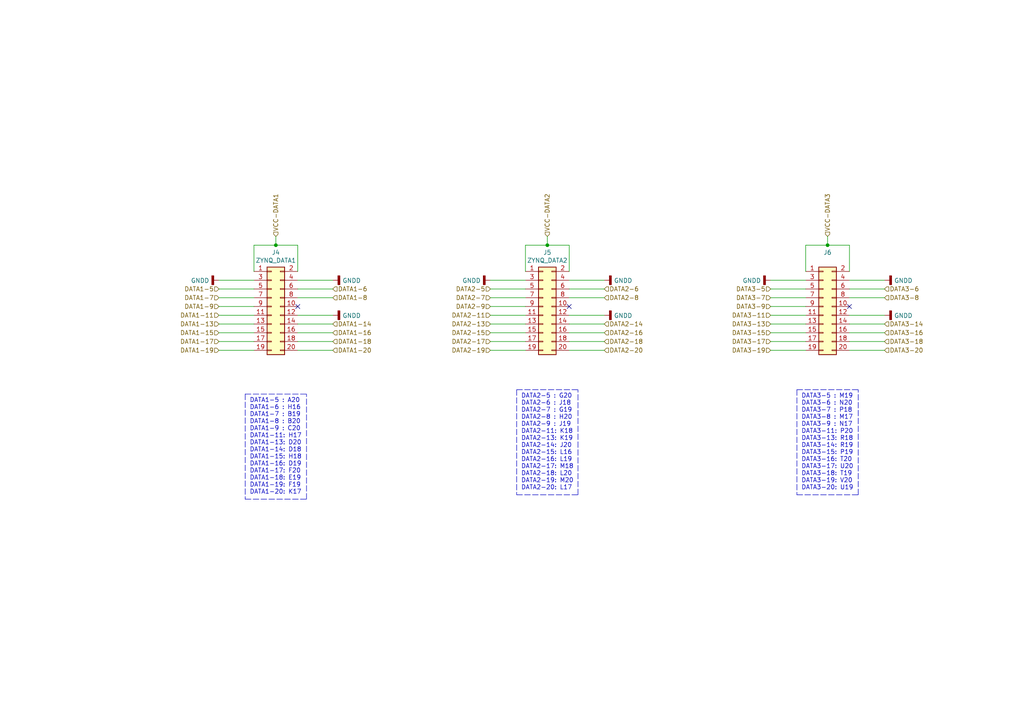
<source format=kicad_sch>
(kicad_sch (version 20211123) (generator eeschema)
  (paper "A4")
  (lib_symbols
    (symbol "Connector_Generic:Conn_02x10_Odd_Even" (pin_names (offset 1.016) hide)
      (property "Reference" "J" (at 1.27 12.7 0))
      (property "Value" "Conn_02x10_Odd_Even" (at 1.27 -15.24 0))
      (symbol "Conn_02x10_Odd_Even_1_1"
        (rectangle (start -1.27 -12.573) (end 0 -12.827) (stroke (width 0.1524)))
        (rectangle (start -1.27 -10.033) (end 0 -10.287) (stroke (width 0.1524)))
        (rectangle (start -1.27 -7.493) (end 0 -7.747) (stroke (width 0.1524)))
        (rectangle (start -1.27 -4.953) (end 0 -5.207) (stroke (width 0.1524)))
        (rectangle (start -1.27 -2.413) (end 0 -2.667) (stroke (width 0.1524)))
        (rectangle (start -1.27 0.127) (end 0 -0.127) (stroke (width 0.1524)))
        (rectangle (start -1.27 2.667) (end 0 2.413) (stroke (width 0.1524)))
        (rectangle (start -1.27 5.207) (end 0 4.953) (stroke (width 0.1524)))
        (rectangle (start -1.27 7.747) (end 0 7.493) (stroke (width 0.1524)))
        (rectangle (start -1.27 10.287) (end 0 10.033) (stroke (width 0.1524)))
        (rectangle (start -1.27 11.43) (end 3.81 -13.97) (stroke (width 0.254)) (fill (type background)))
        (rectangle (start 3.81 -12.573) (end 2.54 -12.827) (stroke (width 0.1524)))
        (rectangle (start 3.81 -10.033) (end 2.54 -10.287) (stroke (width 0.1524)))
        (rectangle (start 3.81 -7.493) (end 2.54 -7.747) (stroke (width 0.1524)))
        (rectangle (start 3.81 -4.953) (end 2.54 -5.207) (stroke (width 0.1524)))
        (rectangle (start 3.81 -2.413) (end 2.54 -2.667) (stroke (width 0.1524)))
        (rectangle (start 3.81 0.127) (end 2.54 -0.127) (stroke (width 0.1524)))
        (rectangle (start 3.81 2.667) (end 2.54 2.413) (stroke (width 0.1524)))
        (rectangle (start 3.81 5.207) (end 2.54 4.953) (stroke (width 0.1524)))
        (rectangle (start 3.81 7.747) (end 2.54 7.493) (stroke (width 0.1524)))
        (rectangle (start 3.81 10.287) (end 2.54 10.033) (stroke (width 0.1524)))
        (pin passive line (at -5.08 10.16 0) (length 3.81) (name "Pin_1") (number "1"))
        (pin passive line (at 7.62 0 180) (length 3.81) (name "Pin_10") (number "10"))
        (pin passive line (at -5.08 -2.54 0) (length 3.81) (name "Pin_11") (number "11"))
        (pin passive line (at 7.62 -2.54 180) (length 3.81) (name "Pin_12") (number "12"))
        (pin passive line (at -5.08 -5.08 0) (length 3.81) (name "Pin_13") (number "13"))
        (pin passive line (at 7.62 -5.08 180) (length 3.81) (name "Pin_14") (number "14"))
        (pin passive line (at -5.08 -7.62 0) (length 3.81) (name "Pin_15") (number "15"))
        (pin passive line (at 7.62 -7.62 180) (length 3.81) (name "Pin_16") (number "16"))
        (pin passive line (at -5.08 -10.16 0) (length 3.81) (name "Pin_17") (number "17"))
        (pin passive line (at 7.62 -10.16 180) (length 3.81) (name "Pin_18") (number "18"))
        (pin passive line (at -5.08 -12.7 0) (length 3.81) (name "Pin_19") (number "19"))
        (pin passive line (at 7.62 10.16 180) (length 3.81) (name "Pin_2") (number "2"))
        (pin passive line (at 7.62 -12.7 180) (length 3.81) (name "Pin_20") (number "20"))
        (pin passive line (at -5.08 7.62 0) (length 3.81) (name "Pin_3") (number "3"))
        (pin passive line (at 7.62 7.62 180) (length 3.81) (name "Pin_4") (number "4"))
        (pin passive line (at -5.08 5.08 0) (length 3.81) (name "Pin_5") (number "5"))
        (pin passive line (at 7.62 5.08 180) (length 3.81) (name "Pin_6") (number "6"))
        (pin passive line (at -5.08 2.54 0) (length 3.81) (name "Pin_7") (number "7"))
        (pin passive line (at 7.62 2.54 180) (length 3.81) (name "Pin_8") (number "8"))
        (pin passive line (at -5.08 0 0) (length 3.81) (name "Pin_9") (number "9"))
      )
    )
    (symbol "power:GNDD" (power) (pin_names (offset 0))
      (property "Value" "GNDD" (at 0 -3.175 0))
      (symbol "GNDD_0_1"
        (rectangle (start -1.27 -1.524) (end 1.27 -2.032) (stroke (width 0.254)) (fill (type outline)))
        (polyline (pts (xy 0 0) (xy 0 -1.524)))
      )
      (symbol "GNDD_1_1"
        (pin power_in line (at 0 0 270) (length 0) hide (name "GNDD") (number "1"))
      )
    )
  )
  (junction (at 158.75 71.12))
  (junction (at 240.03 71.12))
  (junction (at 80.01 71.12))
  (no_connect (at 165.1 88.9))
  (no_connect (at 246.38 88.9))
  (no_connect (at 86.36 88.9))
  (wire (pts (xy 63.5 91.44) (xy 73.66 91.44)))
  (wire (pts (xy 80.01 71.12) (xy 73.66 71.12)))
  (wire (pts (xy 86.36 86.36) (xy 96.52 86.36)))
  (polyline (pts (xy 231.14 143.51) (xy 248.92 143.51)))
  (wire (pts (xy 246.38 86.36) (xy 256.54 86.36)))
  (wire (pts (xy 86.36 91.44) (xy 96.52 91.44)))
  (wire (pts (xy 86.36 71.12) (xy 86.36 78.74)))
  (wire (pts (xy 233.68 83.82) (xy 223.52 83.82)))
  (wire (pts (xy 246.38 91.44) (xy 256.54 91.44)))
  (wire (pts (xy 233.68 93.98) (xy 223.52 93.98)))
  (polyline (pts (xy 149.86 113.03) (xy 167.64 113.03)))
  (wire (pts (xy 86.36 93.98) (xy 96.52 93.98)))
  (wire (pts (xy 165.1 81.28) (xy 175.26 81.28)))
  (wire (pts (xy 165.1 83.82) (xy 175.26 83.82)))
  (polyline (pts (xy 149.86 143.51) (xy 167.64 143.51)))
  (wire (pts (xy 158.75 71.12) (xy 152.4 71.12)))
  (wire (pts (xy 240.03 71.12) (xy 246.38 71.12)))
  (wire (pts (xy 165.1 99.06) (xy 175.26 99.06)))
  (wire (pts (xy 165.1 93.98) (xy 175.26 93.98)))
  (wire (pts (xy 246.38 99.06) (xy 256.54 99.06)))
  (wire (pts (xy 233.68 101.6) (xy 223.52 101.6)))
  (wire (pts (xy 73.66 81.28) (xy 63.5 81.28)))
  (wire (pts (xy 73.66 88.9) (xy 63.5 88.9)))
  (wire (pts (xy 152.4 83.82) (xy 142.24 83.82)))
  (wire (pts (xy 86.36 96.52) (xy 96.52 96.52)))
  (wire (pts (xy 246.38 81.28) (xy 256.54 81.28)))
  (wire (pts (xy 246.38 96.52) (xy 256.54 96.52)))
  (wire (pts (xy 86.36 101.6) (xy 96.52 101.6)))
  (polyline (pts (xy 88.9 144.78) (xy 88.9 114.3)))
  (wire (pts (xy 63.5 96.52) (xy 73.66 96.52)))
  (wire (pts (xy 152.4 101.6) (xy 142.24 101.6)))
  (polyline (pts (xy 71.12 144.78) (xy 88.9 144.78)))
  (wire (pts (xy 142.24 96.52) (xy 152.4 96.52)))
  (wire (pts (xy 233.68 88.9) (xy 223.52 88.9)))
  (wire (pts (xy 80.01 71.12) (xy 86.36 71.12)))
  (wire (pts (xy 86.36 99.06) (xy 96.52 99.06)))
  (wire (pts (xy 158.75 71.12) (xy 165.1 71.12)))
  (wire (pts (xy 152.4 99.06) (xy 142.24 99.06)))
  (wire (pts (xy 152.4 81.28) (xy 142.24 81.28)))
  (polyline (pts (xy 231.14 113.03) (xy 231.14 143.51)))
  (wire (pts (xy 73.66 101.6) (xy 63.5 101.6)))
  (polyline (pts (xy 231.14 113.03) (xy 248.92 113.03)))
  (wire (pts (xy 246.38 83.82) (xy 256.54 83.82)))
  (wire (pts (xy 73.66 83.82) (xy 63.5 83.82)))
  (wire (pts (xy 73.66 99.06) (xy 63.5 99.06)))
  (wire (pts (xy 246.38 71.12) (xy 246.38 78.74)))
  (wire (pts (xy 233.68 99.06) (xy 223.52 99.06)))
  (wire (pts (xy 80.01 68.58) (xy 80.01 71.12)))
  (wire (pts (xy 165.1 101.6) (xy 175.26 101.6)))
  (wire (pts (xy 233.68 86.36) (xy 223.52 86.36)))
  (polyline (pts (xy 71.12 114.3) (xy 71.12 144.78)))
  (wire (pts (xy 142.24 91.44) (xy 152.4 91.44)))
  (wire (pts (xy 73.66 71.12) (xy 73.66 78.74)))
  (polyline (pts (xy 71.12 114.3) (xy 88.9 114.3)))
  (wire (pts (xy 165.1 91.44) (xy 175.26 91.44)))
  (wire (pts (xy 73.66 86.36) (xy 63.5 86.36)))
  (wire (pts (xy 246.38 93.98) (xy 256.54 93.98)))
  (wire (pts (xy 152.4 88.9) (xy 142.24 88.9)))
  (polyline (pts (xy 149.86 113.03) (xy 149.86 143.51)))
  (wire (pts (xy 246.38 101.6) (xy 256.54 101.6)))
  (wire (pts (xy 233.68 81.28) (xy 223.52 81.28)))
  (wire (pts (xy 233.68 71.12) (xy 233.68 78.74)))
  (wire (pts (xy 240.03 71.12) (xy 233.68 71.12)))
  (wire (pts (xy 223.52 96.52) (xy 233.68 96.52)))
  (wire (pts (xy 223.52 91.44) (xy 233.68 91.44)))
  (wire (pts (xy 152.4 71.12) (xy 152.4 78.74)))
  (wire (pts (xy 152.4 86.36) (xy 142.24 86.36)))
  (wire (pts (xy 165.1 86.36) (xy 175.26 86.36)))
  (wire (pts (xy 152.4 93.98) (xy 142.24 93.98)))
  (wire (pts (xy 240.03 68.58) (xy 240.03 71.12)))
  (wire (pts (xy 165.1 71.12) (xy 165.1 78.74)))
  (polyline (pts (xy 167.64 143.51) (xy 167.64 113.03)))
  (wire (pts (xy 86.36 81.28) (xy 96.52 81.28)))
  (wire (pts (xy 165.1 96.52) (xy 175.26 96.52)))
  (wire (pts (xy 158.75 68.58) (xy 158.75 71.12)))
  (polyline (pts (xy 248.92 143.51) (xy 248.92 113.03)))
  (wire (pts (xy 73.66 93.98) (xy 63.5 93.98)))
  (wire (pts (xy 86.36 83.82) (xy 96.52 83.82)))
  (text "DATA2-5 : G20\nDATA2-6 : J18\nDATA2-7 : G19\nDATA2-8 : H20\nDATA2-9 : J19\nDATA2-11: K18\nDATA2-13: K19\nDATA2-14: J20\nDATA2-15: L16\nDATA2-16: L19\nDATA2-17: M18\nDATA2-18: L20\nDATA2-19: M20\nDATA2-20: L17\n" (at 151.13 142.24 0) (effects (font (size 1.27 1.27)) (justify left bottom)))
  (text "DATA3-5 : M19\nDATA3-6 : N20\nDATA3-7 : P18\nDATA3-8 : M17\nDATA3-9 : N17\nDATA3-11: P20\nDATA3-13: R18\nDATA3-14: R19\nDATA3-15: P19\nDATA3-16: T20\nDATA3-17: U20\nDATA3-18: T19\nDATA3-19: V20\nDATA3-20: U19\n" (at 232.41 142.24 0) (effects (font (size 1.27 1.27)) (justify left bottom)))
  (text "DATA1-5 : A20\nDATA1-6 : H16\nDATA1-7 : B19\nDATA1-8 : B20\nDATA1-9 : C20\nDATA1-11: H17\nDATA1-13: D20\nDATA1-14: D18\nDATA1-15: H18\nDATA1-16: D19\nDATA1-17: F20\nDATA1-18: E19\nDATA1-19: F19\nDATA1-20: K17\n" (at 72.39 143.51 0) (effects (font (size 1.27 1.27)) (justify left bottom)))
  (hierarchical_label "DATA3-13" (shape input) (at 223.52 93.98 180))
  (hierarchical_label "VCC-DATA3" (shape input) (at 240.03 68.58 90))
  (hierarchical_label "DATA1-19" (shape input) (at 63.5 101.6 180))
  (hierarchical_label "DATA2-7" (shape input) (at 142.24 86.36 180))
  (hierarchical_label "DATA2-20" (shape input) (at 175.26 101.6 0))
  (hierarchical_label "DATA1-5" (shape input) (at 63.5 83.82 180))
  (hierarchical_label "DATA1-7" (shape input) (at 63.5 86.36 180))
  (hierarchical_label "DATA2-16" (shape input) (at 175.26 96.52 0))
  (hierarchical_label "DATA2-9" (shape input) (at 142.24 88.9 180))
  (hierarchical_label "DATA3-11" (shape input) (at 223.52 91.44 180))
  (hierarchical_label "DATA1-11" (shape input) (at 63.5 91.44 180))
  (hierarchical_label "DATA3-9" (shape input) (at 223.52 88.9 180))
  (hierarchical_label "DATA1-8" (shape input) (at 96.52 86.36 0))
  (hierarchical_label "DATA2-8" (shape input) (at 175.26 86.36 0))
  (hierarchical_label "DATA1-17" (shape input) (at 63.5 99.06 180))
  (hierarchical_label "DATA2-5" (shape input) (at 142.24 83.82 180))
  (hierarchical_label "DATA3-14" (shape input) (at 256.54 93.98 0))
  (hierarchical_label "DATA3-20" (shape input) (at 256.54 101.6 0))
  (hierarchical_label "DATA1-15" (shape input) (at 63.5 96.52 180))
  (hierarchical_label "DATA2-19" (shape input) (at 142.24 101.6 180))
  (hierarchical_label "VCC-DATA2" (shape input) (at 158.75 68.58 90))
  (hierarchical_label "DATA3-6" (shape input) (at 256.54 83.82 0))
  (hierarchical_label "DATA2-6" (shape input) (at 175.26 83.82 0))
  (hierarchical_label "DATA2-13" (shape input) (at 142.24 93.98 180))
  (hierarchical_label "DATA3-19" (shape input) (at 223.52 101.6 180))
  (hierarchical_label "DATA2-14" (shape input) (at 175.26 93.98 0))
  (hierarchical_label "DATA3-8" (shape input) (at 256.54 86.36 0))
  (hierarchical_label "DATA3-5" (shape input) (at 223.52 83.82 180))
  (hierarchical_label "DATA2-17" (shape input) (at 142.24 99.06 180))
  (hierarchical_label "DATA1-16" (shape input) (at 96.52 96.52 0))
  (hierarchical_label "DATA1-9" (shape input) (at 63.5 88.9 180))
  (hierarchical_label "VCC-DATA1" (shape input) (at 80.01 68.58 90))
  (hierarchical_label "DATA1-13" (shape input) (at 63.5 93.98 180))
  (hierarchical_label "DATA1-14" (shape input) (at 96.52 93.98 0))
  (hierarchical_label "DATA2-18" (shape input) (at 175.26 99.06 0))
  (hierarchical_label "DATA1-6" (shape input) (at 96.52 83.82 0))
  (hierarchical_label "DATA2-15" (shape input) (at 142.24 96.52 180))
  (hierarchical_label "DATA3-7" (shape input) (at 223.52 86.36 180))
  (hierarchical_label "DATA3-17" (shape input) (at 223.52 99.06 180))
  (hierarchical_label "DATA1-20" (shape input) (at 96.52 101.6 0))
  (hierarchical_label "DATA3-15" (shape input) (at 223.52 96.52 180))
  (hierarchical_label "DATA3-18" (shape input) (at 256.54 99.06 0))
  (hierarchical_label "DATA1-18" (shape input) (at 96.52 99.06 0))
  (hierarchical_label "DATA2-11" (shape input) (at 142.24 91.44 180))
  (hierarchical_label "DATA3-16" (shape input) (at 256.54 96.52 0))
  (symbol (lib_id "power:GNDD") (at 223.52 81.28 270) (unit 1)
    (property "Reference" "#PWR025" (effects hide))
    (property "Value" "GNDD" (at 220.726 81.3816 90) (effects (justify right)))
  )
  (symbol (lib_id "power:GNDD") (at 256.54 81.28 90) (mirror x) (unit 1)
    (property "Reference" "#PWR026" (effects hide))
    (property "Value" "GNDD" (at 259.334 81.3816 90) (effects (justify right)))
  )
  (symbol (lib_id "power:GNDD") (at 96.52 81.28 90) (mirror x) (unit 1)
    (property "Reference" "#PWR020" (effects hide))
    (property "Value" "GNDD" (at 99.314 81.3816 90) (effects (justify right)))
  )
  (symbol (lib_id "power:GNDD") (at 96.52 91.44 90) (mirror x) (unit 1)
    (property "Reference" "#PWR021" (effects hide))
    (property "Value" "GNDD" (at 99.314 91.5416 90) (effects (justify right)))
  )
  (symbol (lib_id "Connector_Generic:Conn_02x10_Odd_Even") (at 78.74 88.9 0) (unit 1)
    (property "Reference" "J4" (at 80.01 73.2282 0))
    (property "Value" "ZYNQ_DATA1" (at 80.01 75.5396 0))
    (property "Footprint" "Connector_PinSocket_2.00mm:PinSocket_2x10_P2.00mm_Horizontal" (effects hide))
  )
  (symbol (lib_id "power:GNDD") (at 63.5 81.28 270) (unit 1)
    (property "Reference" "#PWR019" (effects hide))
    (property "Value" "GNDD" (at 60.706 81.3816 90) (effects (justify right)))
  )
  (symbol (lib_id "power:GNDD") (at 256.54 91.44 90) (mirror x) (unit 1)
    (property "Reference" "#PWR027" (effects hide))
    (property "Value" "GNDD" (at 259.334 91.5416 90) (effects (justify right)))
  )
  (symbol (lib_id "power:GNDD") (at 142.24 81.28 270) (unit 1)
    (property "Reference" "#PWR022" (effects hide))
    (property "Value" "GNDD" (at 139.446 81.3816 90) (effects (justify right)))
  )
  (symbol (lib_id "Connector_Generic:Conn_02x10_Odd_Even") (at 157.48 88.9 0) (unit 1)
    (property "Reference" "J5" (at 158.75 73.2282 0))
    (property "Value" "ZYNQ_DATA2" (at 158.75 75.5396 0))
    (property "Footprint" "Connector_PinSocket_2.00mm:PinSocket_2x10_P2.00mm_Horizontal" (effects hide))
  )
  (symbol (lib_id "Connector_Generic:Conn_02x10_Odd_Even") (at 238.76 88.9 0) (unit 1)
    (property "Reference" "J6" (at 240.03 73.2282 0))
  )
  (symbol (lib_id "power:GNDD") (at 175.26 91.44 90) (mirror x) (unit 1)
    (property "Reference" "#PWR024" (effects hide))
    (property "Value" "GNDD" (at 178.054 91.5416 90) (effects (justify right)))
  )
  (symbol (lib_id "power:GNDD") (at 175.26 81.28 90) (mirror x) (unit 1)
    (property "Reference" "#PWR023" (effects hide))
    (property "Value" "GNDD" (at 178.054 81.3816 90) (effects (justify right)))
  )
)
</source>
